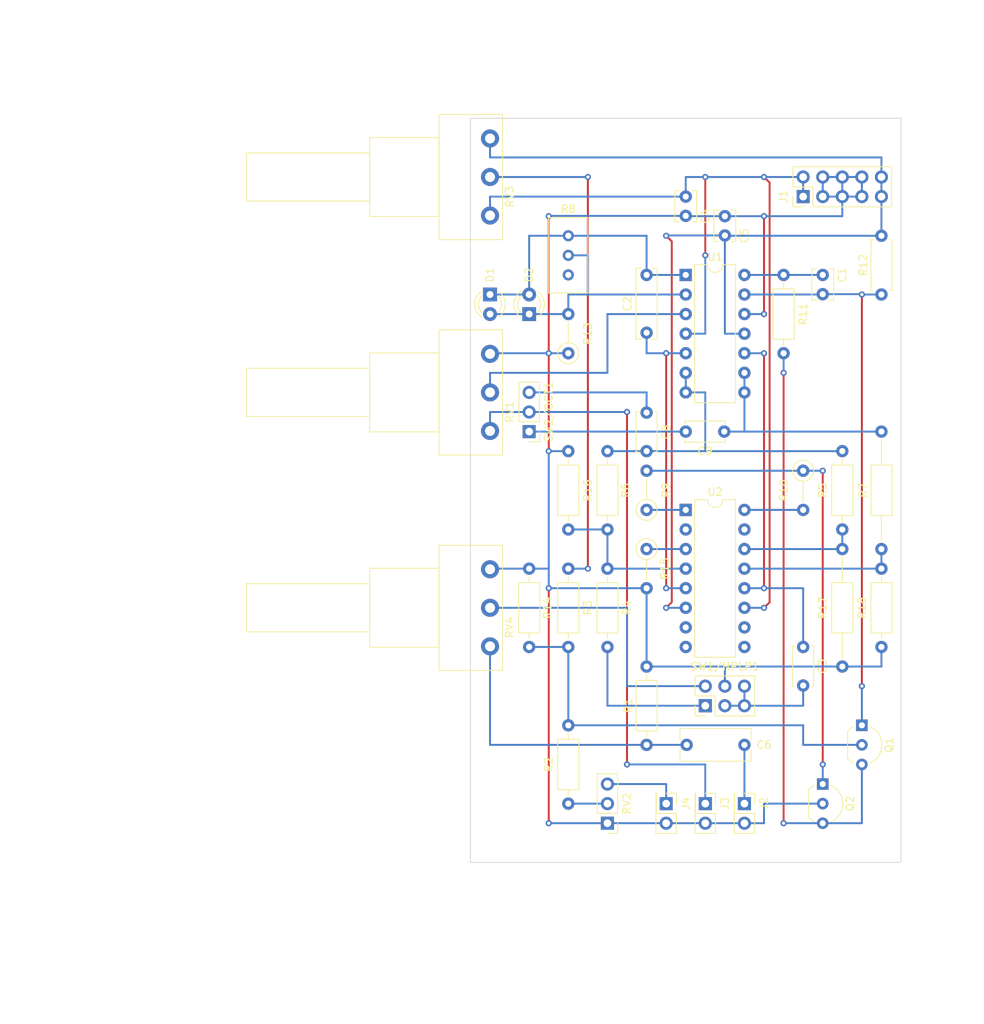
<source format=kicad_pcb>
(kicad_pcb (version 20221018) (generator pcbnew)
  (layers (0 "F.Cu" signal) (31 "B.Cu" signal) (34 "B.Paste" user) (35 "F.Paste" user) (36 "B.SilkS" user "B.Silkscreen") (37 "F.SilkS" user "F.Silkscreen") (38 "B.Mask" user) (39 "F.Mask" user) (44 "Edge.Cuts" user))
  (net 0 "")
  (net 1 "Net-(Q1-C)")
  (net 2 "Net-(Q1-B)")
  (net 3 "Net-(Q1-E)")
  (net 4 "Net-(Q2-C)")
  (net 5 "GND")
  (net 6 "Net-(C1-Pad1)")
  (net 7 "Net-(U1B-+)")
  (net 8 "Net-(D1-A)")
  (net 9 "Net-(U1C-+)")
  (net 10 "+12V")
  (net 11 "-12V")
  (net 12 "Net-(U1C--)")
  (net 13 "Net-(J2-Pin_1)")
  (net 14 "Net-(J3-Pin_1)")
  (net 15 "Net-(J4-Pin_1)")
  (net 16 "Net-(R2-Pad1)")
  (net 17 "Net-(R3-Pad1)")
  (net 18 "Net-(U2C-+)")
  (net 19 "Net-(U2A-+)")
  (net 20 "Net-(U2C--)")
  (net 21 "Net-(U2A--)")
  (net 22 "Net-(D1-K)")
  (net 23 "Net-(R9-Pad1)")
  (net 24 "Net-(R10-Pad2)")
  (net 25 "Net-(U1A-+)")
  (net 28 "Net-(SW1/HPLP1A-A)")
  (net 29 "Net-(SW1/HPLP1A-C)")
  (net 30 "Net-(C6-Pad1)")
  (net 31 "Net-(SW2/OCT1-A)")
  (net 32 "Net-(SW2/OCT1-C)")
  (net 33 "Net-(SW1/HPLP1A-B)")
  (net 34 "Net-(U1B--)")
  (footprint "Package_TO_SOT_THT:TO-92_Inline_Wide" (layer "F.Cu") (at 124.46 106.68 -90)
    (fp_text reference "Q1" (at 2.54 -3.56 90) (layer "F.SilkS"))
    (fp_text value "BC558")
    (pad "1" thru_hole rect (at 0 0 270) (size 1.5 1.5) (drill 0.8) (layers "*.Cu" "*.Mask") (net 1 "Net-(Q1-C)"))
    (pad "2" thru_hole circle (at 2.54 0 270) (size 1.5 1.5) (drill 0.8) (layers "*.Cu" "*.Mask") (net 2 "Net-(Q1-B)"))
    (pad "3" thru_hole circle (at 5.08 0 270) (size 1.5 1.5) (drill 0.8) (layers "*.Cu" "*.Mask") (net 3 "Net-(Q1-E)"))
  )
  (footprint "Resistor_THT:R_Axial_DIN0207_L6.3mm_D2.5mm_P10.16mm_Horizontal" (layer "F.Cu") (at 81.28 86.36 -90)
    (fp_text reference "R14" (at 5.08 -2.37 -90) (layer "F.SilkS"))
    (fp_text value "1.5k")
    (pad "1" thru_hole circle (at 0 0 270) (size 1.6 1.6) (drill 0.8) (layers "*.Cu" "*.Mask") (net 5 "GND"))
    (pad "2" thru_hole oval (at 10.16 0 270) (size 1.6 1.6) (drill 0.8) (layers "*.Cu" "*.Mask") (net 2 "Net-(Q1-B)"))
  )
  (footprint "Resistor_THT:R_Axial_DIN0207_L6.3mm_D2.5mm_P5.08mm_Vertical" (layer "F.Cu") (at 116.84 73.66 -90)
    (fp_text reference "R10" (at 2.54 2.54 -90) (layer "F.SilkS"))
    (fp_text value "10k")
    (pad "1" thru_hole circle (at 0 0 270) (size 1.6 1.6) (drill 0.8) (layers "*.Cu" "*.Mask") (net 4 "Net-(Q2-C)"))
    (pad "2" thru_hole oval (at 5.08 0 270) (size 1.6 1.6) (drill 0.8) (layers "*.Cu" "*.Mask") (net 24 "Net-(R10-Pad2)"))
  )
  (footprint "Capacitor_THT:C_Disc_D3.8mm_W2.6mm_P2.50mm" (layer "F.Cu") (at 101.6 38.1 -90)
    (fp_text reference "C4" (at 2.54 -2.54 -90) (layer "F.SilkS"))
    (fp_text value "100n")
    (pad "1" thru_hole circle (at 0 0 270) (size 1.6 1.6) (drill 0.8) (layers "*.Cu" "*.Mask") (net 10 "+12V"))
    (pad "2" thru_hole circle (at 2.5 0 270) (size 1.6 1.6) (drill 0.8) (layers "*.Cu" "*.Mask") (net 5 "GND"))
  )
  (footprint "Resistor_THT:R_Axial_DIN0207_L6.3mm_D2.5mm_P10.16mm_Horizontal" (layer "F.Cu") (at 114.3 58.42 90)
    (fp_text reference "R11" (at 5.08 2.54 90) (layer "F.SilkS"))
    (fp_text value "4.7k")
    (pad "1" thru_hole circle (at 0 0 90) (size 1.6 1.6) (drill 0.8) (layers "*.Cu" "*.Mask") (net 3 "Net-(Q1-E)"))
    (pad "2" thru_hole oval (at 10.16 0 90) (size 1.6 1.6) (drill 0.8) (layers "*.Cu" "*.Mask") (net 6 "Net-(C1-Pad1)"))
  )
  (footprint "Package_TO_SOT_THT:TO-92_Inline_Wide" (layer "F.Cu") (at 119.38 114.3 -90)
    (fp_text reference "Q2" (at 2.54 -3.56 90) (layer "F.SilkS"))
    (fp_text value "BC558" hide)
    (pad "1" thru_hole rect (at 0 0 270) (size 1.5 1.5) (drill 0.8) (layers "*.Cu" "*.Mask") (net 4 "Net-(Q2-C)"))
    (pad "2" thru_hole circle (at 2.54 0 270) (size 1.5 1.5) (drill 0.8) (layers "*.Cu" "*.Mask") (net 5 "GND"))
    (pad "3" thru_hole circle (at 5.08 0 270) (size 1.5 1.5) (drill 0.8) (layers "*.Cu" "*.Mask") (net 3 "Net-(Q1-E)"))
  )
  (footprint "Resistor_THT:R_Axial_DIN0207_L6.3mm_D2.5mm_P10.16mm_Horizontal" (layer "F.Cu") (at 91.44 96.52 90)
    (fp_text reference "R4" (at 5.08 2.54 90) (layer "F.SilkS"))
    (fp_text value "10k")
    (pad "1" thru_hole circle (at 0 0 90) (size 1.6 1.6) (drill 0.8) (layers "*.Cu" "*.Mask") (net 28 "Net-(SW1/HPLP1A-A)"))
    (pad "2" thru_hole oval (at 10.16 0 90) (size 1.6 1.6) (drill 0.8) (layers "*.Cu" "*.Mask") (net 20 "Net-(U2C--)"))
  )
  (footprint "Package_DIP:DIP-16_W7.62mm" (layer "F.Cu") (at 101.6 78.74)
    (fp_text reference "U2" (at 3.81 -2.33) (layer "F.SilkS"))
    (fp_text value "LM13700")
    (pad "1" thru_hole rect (at 0 0) (size 1.6 1.6) (drill 0.8) (layers "*.Cu" "*.Mask") (net 23 "Net-(R9-Pad1)"))
    (pad "2" thru_hole oval (at 0 2.54) (size 1.6 1.6) (drill 0.8) (layers "*.Cu" "*.Mask"))
    (pad "3" thru_hole oval (at 0 5.08) (size 1.6 1.6) (drill 0.8) (layers "*.Cu" "*.Mask") (net 18 "Net-(U2C-+)"))
    (pad "4" thru_hole oval (at 0 7.62) (size 1.6 1.6) (drill 0.8) (layers "*.Cu" "*.Mask") (net 20 "Net-(U2C--)"))
    (pad "5" thru_hole oval (at 0 10.16) (size 1.6 1.6) (drill 0.8) (layers "*.Cu" "*.Mask") (net 7 "Net-(U1B-+)"))
    (pad "6" thru_hole oval (at 0 12.7) (size 1.6 1.6) (drill 0.8) (layers "*.Cu" "*.Mask") (net 11 "-12V"))
    (pad "7" thru_hole oval (at 0 15.24) (size 1.6 1.6) (drill 0.8) (layers "*.Cu" "*.Mask"))
    (pad "8" thru_hole oval (at 0 17.78) (size 1.6 1.6) (drill 0.8) (layers "*.Cu" "*.Mask"))
    (pad "9" thru_hole oval (at 7.62 17.78) (size 1.6 1.6) (drill 0.8) (layers "*.Cu" "*.Mask"))
    (pad "10" thru_hole oval (at 7.62 15.24) (size 1.6 1.6) (drill 0.8) (layers "*.Cu" "*.Mask"))
    (pad "11" thru_hole oval (at 7.62 12.7) (size 1.6 1.6) (drill 0.8) (layers "*.Cu" "*.Mask") (net 10 "+12V"))
    (pad "12" thru_hole oval (at 7.62 10.16) (size 1.6 1.6) (drill 0.8) (layers "*.Cu" "*.Mask") (net 9 "Net-(U1C-+)"))
    (pad "13" thru_hole oval (at 7.62 7.62) (size 1.6 1.6) (drill 0.8) (layers "*.Cu" "*.Mask") (net 21 "Net-(U2A--)"))
    (pad "14" thru_hole oval (at 7.62 5.08) (size 1.6 1.6) (drill 0.8) (layers "*.Cu" "*.Mask") (net 19 "Net-(U2A-+)"))
    (pad "15" thru_hole oval (at 7.62 2.54) (size 1.6 1.6) (drill 0.8) (layers "*.Cu" "*.Mask"))
    (pad "16" thru_hole oval (at 7.62 0) (size 1.6 1.6) (drill 0.8) (layers "*.Cu" "*.Mask") (net 24 "Net-(R10-Pad2)"))
  )
  (footprint "Resistor_THT:R_Axial_DIN0207_L6.3mm_D2.5mm_P10.16mm_Horizontal" (layer "F.Cu") (at 86.36 116.84 90)
    (fp_text reference "R2" (at 5.08 -2.54 90) (layer "F.SilkS"))
    (fp_text value "100k")
    (pad "1" thru_hole circle (at 0 0 90) (size 1.6 1.6) (drill 0.8) (layers "*.Cu" "*.Mask") (net 16 "Net-(R2-Pad1)"))
    (pad "2" thru_hole oval (at 10.16 0 90) (size 1.6 1.6) (drill 0.8) (layers "*.Cu" "*.Mask") (net 2 "Net-(Q1-B)"))
  )
  (footprint "Resistor_THT:R_Axial_DIN0207_L6.3mm_D2.5mm_P10.16mm_Horizontal" (layer "F.Cu") (at 127 86.36 -90)
    (fp_text reference "R18" (at 5.08 2.54 -90) (layer "F.SilkS"))
    (fp_text value "220")
    (pad "1" thru_hole circle (at 0 0 270) (size 1.6 1.6) (drill 0.8) (layers "*.Cu" "*.Mask") (net 21 "Net-(U2A--)"))
    (pad "2" thru_hole oval (at 10.16 0 270) (size 1.6 1.6) (drill 0.8) (layers "*.Cu" "*.Mask") (net 5 "GND"))
  )
  (footprint "Resistor_THT:R_Axial_DIN0207_L6.3mm_D2.5mm_P5.08mm_Vertical" (layer "F.Cu") (at 96.52 78.74 90)
    (fp_text reference "R9" (at 2.54 2.54 90) (layer "F.SilkS"))
    (fp_text value "10k")
    (pad "1" thru_hole circle (at 0 0 90) (size 1.6 1.6) (drill 0.8) (layers "*.Cu" "*.Mask") (net 23 "Net-(R9-Pad1)"))
    (pad "2" thru_hole oval (at 5.08 0 90) (size 1.6 1.6) (drill 0.8) (layers "*.Cu" "*.Mask") (net 4 "Net-(Q2-C)"))
  )
  (footprint "Capacitor_THT:C_Disc_D5.0mm_W2.5mm_P5.00mm" (layer "F.Cu") (at 106.6 68.58 180)
    (fp_text reference "C9" (at 2.5 -2.54) (layer "F.SilkS"))
    (fp_text value "470n")
    (pad "1" thru_hole circle (at 0 0 180) (size 1.6 1.6) (drill 0.8) (layers "*.Cu" "*.Mask") (net 12 "Net-(U1C--)"))
    (pad "2" thru_hole circle (at 5 0 180) (size 1.6 1.6) (drill 0.8) (layers "*.Cu" "*.Mask") (net 31 "Net-(SW2/OCT1-A)"))
  )
  (footprint "Capacitor_THT:C_Disc_D5.0mm_W2.5mm_P5.00mm" (layer "F.Cu") (at 116.84 96.52 -90)
    (fp_text reference "C3" (at 2.5 -2.5 -90) (layer "F.SilkS"))
    (fp_text value "1.0n")
    (pad "1" thru_hole circle (at 0 0 270) (size 1.6 1.6) (drill 0.8) (layers "*.Cu" "*.Mask") (net 9 "Net-(U1C-+)"))
    (pad "2" thru_hole circle (at 5 0 270) (size 1.6 1.6) (drill 0.8) (layers "*.Cu" "*.Mask") (net 29 "Net-(SW1/HPLP1A-C)"))
  )
  (footprint "Capacitor_THT:C_Rect_L9.0mm_W4.0mm_P7.50mm_MKT" (layer "F.Cu") (at 101.72 109.22)
    (fp_text reference "C6" (at 10.04 0) (layer "F.SilkS"))
    (fp_text value "1.0u")
    (pad "1" thru_hole circle (at 0 0) (size 1.6 1.6) (drill 0.8) (layers "*.Cu" "*.Mask") (net 30 "Net-(C6-Pad1)"))
    (pad "2" thru_hole circle (at 7.5 0) (size 1.6 1.6) (drill 0.8) (layers "*.Cu" "*.Mask") (net 13 "Net-(J2-Pin_1)"))
  )
  (footprint "Resistor_THT:R_Axial_DIN0207_L6.3mm_D2.5mm_P7.62mm_Horizontal" (layer "F.Cu") (at 127 50.8 90)
    (fp_text reference "R12" (at 3.81 -2.37 90) (layer "F.SilkS"))
    (fp_text value "470k")
    (pad "1" thru_hole circle (at 0 0 90) (size 1.6 1.6) (drill 0.8) (layers "*.Cu" "*.Mask") (net 1 "Net-(Q1-C)"))
    (pad "2" thru_hole oval (at 7.62 0 90) (size 1.6 1.6) (drill 0.8) (layers "*.Cu" "*.Mask") (net 11 "-12V"))
  )
  (footprint "Capacitor_THT:C_Disc_D3.8mm_W2.6mm_P2.50mm" (layer "F.Cu") (at 119.38 48.26 -90)
    (fp_text reference "C1" (at 0 -2.54 -90) (layer "F.SilkS"))
    (fp_text value "4.7n")
    (pad "1" thru_hole circle (at 0 0 270) (size 1.6 1.6) (drill 0.8) (layers "*.Cu" "*.Mask") (net 6 "Net-(C1-Pad1)"))
    (pad "2" thru_hole circle (at 2.5 0 270) (size 1.6 1.6) (drill 0.8) (layers "*.Cu" "*.Mask") (net 1 "Net-(Q1-C)"))
  )
  (footprint "LED_THT:LED_D3.0mm" (layer "F.Cu") (at 76.2 50.8 -90)
    (fp_text reference "D2" (at -2.54 -5.08 -270) (layer "F.SilkS"))
    (fp_text value "LED")
    (pad "1" thru_hole rect (at 0 0 270) (size 1.8 1.8) (drill 0.9) (layers "*.Cu" "*.Mask") (net 8 "Net-(D1-A)"))
    (pad "2" thru_hole circle (at 2.54 0 270) (size 1.8 1.8) (drill 0.9) (layers "*.Cu" "*.Mask") (net 22 "Net-(D1-K)"))
  )
  (footprint "Resistor_THT:R_Axial_DIN0207_L6.3mm_D2.5mm_P10.16mm_Horizontal" (layer "F.Cu") (at 86.36 81.28 90)
    (fp_text reference "R16" (at 5.08 2.54 90) (layer "F.SilkS"))
    (fp_text value "220")
    (pad "1" thru_hole circle (at 0 0 90) (size 1.6 1.6) (drill 0.8) (layers "*.Cu" "*.Mask") (net 20 "Net-(U2C--)"))
    (pad "2" thru_hole oval (at 10.16 0 90) (size 1.6 1.6) (drill 0.8) (layers "*.Cu" "*.Mask") (net 5 "GND"))
  )
  (footprint "Connector_PinHeader_2.54mm:PinHeader_2x01_P2.54mm_Vertical" (layer "F.Cu") (at 104.14 116.84 -90)
    (fp_text reference "J3" (at 0 -2.54 90) (layer "F.SilkS"))
    (fp_text value "AUDIO OUT")
    (pad "1" thru_hole rect (at 0 0 270) (size 1.7 1.7) (drill 1) (layers "*.Cu" "*.Mask") (net 14 "Net-(J3-Pin_1)"))
    (pad "2" thru_hole oval (at 2.54 0 270) (size 1.7 1.7) (drill 1) (layers "*.Cu" "*.Mask") (net 5 "GND"))
  )
  (footprint "Capacitor_THT:C_Disc_D3.8mm_W2.6mm_P2.50mm" (layer "F.Cu") (at 106.68 40.64 -90)
    (fp_text reference "C5" (at 2.54 -2.54 -90) (layer "F.SilkS"))
    (fp_text value "100n")
    (pad "1" thru_hole circle (at 0 0 270) (size 1.6 1.6) (drill 0.8) (layers "*.Cu" "*.Mask") (net 5 "GND"))
    (pad "2" thru_hole circle (at 2.5 0 270) (size 1.6 1.6) (drill 0.8) (layers "*.Cu" "*.Mask") (net 11 "-12V"))
  )
  (footprint "Potentiometer_THT:Potentiometer_Piher_PC-16_Single_Horizontal" (layer "F.Cu") (at 76.2 58.5 180)
    (fp_text reference "RV1" (at -2.54 -7.54 270) (layer "F.SilkS"))
    (fp_text value "100k / log")
    (pad "1" thru_hole circle (at 0 0 180) (size 2.34 2.34) (drill 1.3) (layers "*.Cu" "*.Mask") (net 5 "GND"))
    (pad "2" thru_hole circle (at 0 -5 180) (size 2.34 2.34) (drill 1.3) (layers "*.Cu" "*.Mask") (net 25 "Net-(U1A-+)"))
    (pad "3" thru_hole circle (at 0 -10 180) (size 2.34 2.34) (drill 1.3) (layers "*.Cu" "*.Mask") (net 14 "Net-(J3-Pin_1)"))
  )
  (footprint "Capacitor_THT:C_Rect_L9.0mm_W2.5mm_P7.50mm_MKT" (layer "F.Cu") (at 96.52 55.76 90)
    (fp_text reference "C2" (at 3.75 -2.5 90) (layer "F.SilkS"))
    (fp_text value "1.0n")
    (pad "1" thru_hole circle (at 0 0 90) (size 1.6 1.6) (drill 0.8) (layers "*.Cu" "*.Mask") (net 7 "Net-(U1B-+)"))
    (pad "2" thru_hole circle (at 7.5 0 90) (size 1.6 1.6) (drill 0.8) (layers "*.Cu" "*.Mask") (net 8 "Net-(D1-A)"))
  )
  (footprint "Package_DIP:DIP-14_W7.62mm" (layer "F.Cu") (at 101.6 48.26)
    (fp_text reference "U1" (at 3.81 -2.33) (layer "F.SilkS"))
    (fp_text value "LM324")
    (pad "1" thru_hole rect (at 0 0) (size 1.6 1.6) (drill 0.8) (layers "*.Cu" "*.Mask") (net 8 "Net-(D1-A)"))
    (pad "2" thru_hole oval (at 0 2.54) (size 1.6 1.6) (drill 0.8) (layers "*.Cu" "*.Mask") (net 22 "Net-(D1-K)"))
    (pad "3" thru_hole oval (at 0 5.08) (size 1.6 1.6) (drill 0.8) (layers "*.Cu" "*.Mask") (net 25 "Net-(U1A-+)"))
    (pad "4" thru_hole oval (at 0 7.62) (size 1.6 1.6) (drill 0.8) (layers "*.Cu" "*.Mask") (net 10 "+12V"))
    (pad "5" thru_hole oval (at 0 10.16) (size 1.6 1.6) (drill 0.8) (layers "*.Cu" "*.Mask") (net 7 "Net-(U1B-+)"))
    (pad "6" thru_hole oval (at 0 12.7) (size 1.6 1.6) (drill 0.8) (layers "*.Cu" "*.Mask") (net 34 "Net-(U1B--)"))
    (pad "7" thru_hole oval (at 0 15.24) (size 1.6 1.6) (drill 0.8) (layers "*.Cu" "*.Mask") (net 34 "Net-(U1B--)"))
    (pad "8" thru_hole oval (at 7.62 15.24) (size 1.6 1.6) (drill 0.8) (layers "*.Cu" "*.Mask") (net 12 "Net-(U1C--)"))
    (pad "9" thru_hole oval (at 7.62 12.7) (size 1.6 1.6) (drill 0.8) (layers "*.Cu" "*.Mask") (net 12 "Net-(U1C--)"))
    (pad "10" thru_hole oval (at 7.62 10.16) (size 1.6 1.6) (drill 0.8) (layers "*.Cu" "*.Mask") (net 9 "Net-(U1C-+)"))
    (pad "11" thru_hole oval (at 7.62 7.62) (size 1.6 1.6) (drill 0.8) (layers "*.Cu" "*.Mask") (net 11 "-12V"))
    (pad "12" thru_hole oval (at 7.62 5.08) (size 1.6 1.6) (drill 0.8) (layers "*.Cu" "*.Mask") (net 5 "GND"))
    (pad "13" thru_hole oval (at 7.62 2.54) (size 1.6 1.6) (drill 0.8) (layers "*.Cu" "*.Mask") (net 1 "Net-(Q1-C)"))
    (pad "14" thru_hole oval (at 7.62 0) (size 1.6 1.6) (drill 0.8) (layers "*.Cu" "*.Mask") (net 6 "Net-(C1-Pad1)"))
  )
  (footprint "Resistor_THT:R_Axial_DIN0207_L6.3mm_D2.5mm_P15.24mm_Horizontal" (layer "F.Cu") (at 121.92 83.82 -90)
    (fp_text reference "R17" (at 7.62 2.54 -90) (layer "F.SilkS"))
    (fp_text value "220")
    (pad "1" thru_hole circle (at 0 0 270) (size 1.6 1.6) (drill 0.8) (layers "*.Cu" "*.Mask") (net 19 "Net-(U2A-+)"))
    (pad "2" thru_hole oval (at 15.24 0 270) (size 1.6 1.6) (drill 0.8) (layers "*.Cu" "*.Mask") (net 5 "GND"))
  )
  (footprint "Connector_PinHeader_2.54mm:PinHeader_1x03_P2.54mm_Vertical" (layer "F.Cu") (at 81.28 68.58 180)
    (fp_text reference "SW2/OCT1" (at -2.54 2.54 90) (layer "F.SilkS"))
    (fp_text value "SW_SPDT/ATT")
    (pad "1" thru_hole rect (at 0 0 180) (size 1.7 1.7) (drill 1) (layers "*.Cu" "*.Mask") (net 31 "Net-(SW2/OCT1-A)"))
    (pad "2" thru_hole oval (at 0 2.54 180) (size 1.7 1.7) (drill 1) (layers "*.Cu" "*.Mask") (net 14 "Net-(J3-Pin_1)"))
    (pad "3" thru_hole oval (at 0 5.08 180) (size 1.7 1.7) (drill 1) (layers "*.Cu" "*.Mask") (net 32 "Net-(SW2/OCT1-C)"))
  )
  (footprint "Resistor_THT:R_Axial_DIN0207_L6.3mm_D2.5mm_P10.16mm_Horizontal" (layer "F.Cu") (at 121.92 71.12 -90)
    (fp_text reference "R5" (at 5.08 2.54 -90) (layer "F.SilkS"))
    (fp_text value "10k")
    (pad "1" thru_hole circle (at 0 0 270) (size 1.6 1.6) (drill 0.8) (layers "*.Cu" "*.Mask") (net 34 "Net-(U1B--)"))
    (pad "2" thru_hole oval (at 10.16 0 270) (size 1.6 1.6) (drill 0.8) (layers "*.Cu" "*.Mask") (net 19 "Net-(U2A-+)"))
  )
  (footprint "Resistor_THT:R_Axial_DIN0207_L6.3mm_D2.5mm_P10.16mm_Horizontal" (layer "F.Cu") (at 91.44 71.12 -90)
    (fp_text reference "R6" (at 5.08 -2.37 -90) (layer "F.SilkS"))
    (fp_text value "10k")
    (pad "1" thru_hole circle (at 0 0 270) (size 1.6 1.6) (drill 0.8) (layers "*.Cu" "*.Mask") (net 34 "Net-(U1B--)"))
    (pad "2" thru_hole oval (at 10.16 0 270) (size 1.6 1.6) (drill 0.8) (layers "*.Cu" "*.Mask") (net 20 "Net-(U2C--)"))
  )
  (footprint "Resistor_THT:R_Axial_DIN0207_L6.3mm_D2.5mm_P10.16mm_Horizontal" (layer "F.Cu") (at 86.36 86.36 -90)
    (fp_text reference "R3" (at 5.08 -2.54 -90) (layer "F.SilkS"))
    (fp_text value "100k")
    (pad "1" thru_hole circle (at 0 0 270) (size 1.6 1.6) (drill 0.8) (layers "*.Cu" "*.Mask") (net 17 "Net-(R3-Pad1)"))
    (pad "2" thru_hole oval (at 10.16 0 270) (size 1.6 1.6) (drill 0.8) (layers "*.Cu" "*.Mask") (net 2 "Net-(Q1-B)"))
  )
  (footprint "Resistor_THT:R_Axial_DIN0207_L6.3mm_D2.5mm_P5.08mm_Vertical" (layer "F.Cu") (at 96.52 83.82 -90)
    (fp_text reference "R15" (at 2.54 -2.37 -90) (layer "F.SilkS"))
    (fp_text value "220")
    (pad "1" thru_hole circle (at 0 0 270) (size 1.6 1.6) (drill 0.8) (layers "*.Cu" "*.Mask") (net 18 "Net-(U2C-+)"))
    (pad "2" thru_hole oval (at 5.08 0 270) (size 1.6 1.6) (drill 0.8) (layers "*.Cu" "*.Mask") (net 5 "GND"))
  )
  (footprint "Potentiometer_THT:Potentiometer_Piher_PC-16_Single_Horizontal" (layer "F.Cu") (at 76.2 86.44 180)
    (fp_text reference "RV4" (at -2.54 -7.54 90) (layer "F.SilkS"))
    (fp_text value "100k")
    (pad "1" thru_hole circle (at 0 0 180) (size 2.34 2.34) (drill 1.3) (layers "*.Cu" "*.Mask") (net 5 "GND"))
    (pad "2" thru_hole circle (at 0 -5 180) (size 2.34 2.34) (drill 1.3) (layers "*.Cu" "*.Mask") (net 33 "Net-(SW1/HPLP1A-B)"))
    (pad "3" thru_hole circle (at 0 -10 180) (size 2.34 2.34) (drill 1.3) (layers "*.Cu" "*.Mask") (net 30 "Net-(C6-Pad1)"))
  )
  (footprint "Capacitor_THT:C_Disc_D5.0mm_W2.5mm_P5.00mm" (layer "F.Cu") (at 96.52 71.12 90)
    (fp_text reference "C8" (at 2.5 2.54 90) (layer "F.SilkS"))
    (fp_text value "470n")
    (pad "1" thru_hole circle (at 0 0 90) (size 1.6 1.6) (drill 0.8) (layers "*.Cu" "*.Mask") (net 34 "Net-(U1B--)"))
    (pad "2" thru_hole circle (at 5 0 90) (size 1.6 1.6) (drill 0.8) (layers "*.Cu" "*.Mask") (net 32 "Net-(SW2/OCT1-C)"))
  )
  (footprint "Resistor_THT:R_Axial_DIN0207_L6.3mm_D2.5mm_P10.16mm_Horizontal" (layer "F.Cu") (at 96.52 109.22 90)
    (fp_text reference "R1" (at 5.08 -2.37 90) (layer "F.SilkS"))
    (fp_text value "200k")
    (pad "1" thru_hole circle (at 0 0 90) (size 1.6 1.6) (drill 0.8) (layers "*.Cu" "*.Mask") (net 30 "Net-(C6-Pad1)"))
    (pad "2" thru_hole oval (at 10.16 0 90) (size 1.6 1.6) (drill 0.8) (layers "*.Cu" "*.Mask") (net 5 "GND"))
  )
  (footprint "Connector_PinHeader_2.54mm:PinHeader_2x03_P2.54mm_Vertical" (layer "F.Cu") (at 104.14 104.14 90)
    (fp_text reference "SW1/HPLP1" (at 5.08 2.54) (layer "F.SilkS"))
    (fp_text value "SW_DPDT_x2")
    (pad "1" thru_hole rect (at 0 0 90) (size 1.7 1.7) (drill 1) (layers "*.Cu" "*.Mask") (net 28 "Net-(SW1/HPLP1A-A)"))
    (pad "2" thru_hole oval (at 2.54 0 90) (size 1.7 1.7) (drill 1) (layers "*.Cu" "*.Mask") (net 33 "Net-(SW1/HPLP1A-B)"))
    (pad "3" thru_hole oval (at 0 2.54 90) (size 1.7 1.7) (drill 1) (layers "*.Cu" "*.Mask") (net 29 "Net-(SW1/HPLP1A-C)"))
    (pad "4" thru_hole oval (at 2.54 2.54 90) (size 1.7 1.7) (drill 1) (layers "*.Cu" "*.Mask") (net 5 "GND"))
    (pad "5" thru_hole oval (at 0 5.08 90) (size 1.7 1.7) (drill 1) (layers "*.Cu" "*.Mask") (net 29 "Net-(SW1/HPLP1A-C)"))
    (pad "6" thru_hole oval (at 2.54 5.08 90) (size 1.7 1.7) (drill 1) (layers "*.Cu" "*.Mask") (net 29 "Net-(SW1/HPLP1A-C)"))
  )
  (footprint "Connector_PinHeader_2.54mm:PinHeader_2x05_P2.54mm_Vertical" (layer "F.Cu") (at 116.84 38.1 90)
    (fp_text reference "J1" (at 0 -2.54 90) (layer "F.SilkS"))
    (fp_text value "POWER")
    (pad "1" thru_hole rect (at 0 0 90) (size 1.7 1.7) (drill 1) (layers "*.Cu" "*.Mask") (net 10 "+12V"))
    (pad "2" thru_hole oval (at 2.54 0 90) (size 1.7 1.7) (drill 1) (layers "*.Cu" "*.Mask") (net 10 "+12V"))
    (pad "3" thru_hole oval (at 0 2.54 90) (size 1.7 1.7) (drill 1) (layers "*.Cu" "*.Mask") (net 5 "GND"))
    (pad "4" thru_hole oval (at 2.54 2.54 90) (size 1.7 1.7) (drill 1) (layers "*.Cu" "*.Mask") (net 5 "GND"))
    (pad "5" thru_hole oval (at 0 5.08 90) (size 1.7 1.7) (drill 1) (layers "*.Cu" "*.Mask") (net 5 "GND"))
    (pad "6" thru_hole oval (at 2.54 5.08 90) (size 1.7 1.7) (drill 1) (layers "*.Cu" "*.Mask") (net 5 "GND"))
    (pad "7" thru_hole oval (at 0 7.62 90) (size 1.7 1.7) (drill 1) (layers "*.Cu" "*.Mask") (net 5 "GND"))
    (pad "8" thru_hole oval (at 2.54 7.62 90) (size 1.7 1.7) (drill 1) (layers "*.Cu" "*.Mask") (net 5 "GND"))
    (pad "9" thru_hole oval (at 0 10.16 90) (size 1.7 1.7) (drill 1) (layers "*.Cu" "*.Mask") (net 11 "-12V"))
    (pad "10" thru_hole oval (at 2.54 10.16 90) (size 1.7 1.7) (drill 1) (layers "*.Cu" "*.Mask") (net 11 "-12V"))
  )
  (footprint "Connector_PinHeader_2.54mm:PinHeader_2x01_P2.54mm_Vertical" (layer "F.Cu") (at 99.06 116.84 -90)
    (fp_text reference "J4" (at 0 -2.54 90) (layer "F.SilkS"))
    (fp_text value "CV IN")
    (pad "1" thru_hole rect (at 0 0 270) (size 1.7 1.7) (drill 1) (layers "*.Cu" "*.Mask") (net 15 "Net-(J4-Pin_1)"))
    (pad "2" thru_hole oval (at 2.54 0 270) (size 1.7 1.7) (drill 1) (layers "*.Cu" "*.Mask") (net 5 "GND"))
  )
  (footprint "Resistor_THT:R_Axial_DIN0207_L6.3mm_D2.5mm_P15.24mm_Horizontal" (layer "F.Cu") (at 127 83.82 90)
    (fp_text reference "R7" (at 7.62 -2.37 90) (layer "F.SilkS"))
    (fp_text value "10k")
    (pad "1" thru_hole circle (at 0 0 90) (size 1.6 1.6) (drill 0.8) (layers "*.Cu" "*.Mask") (net 21 "Net-(U2A--)"))
    (pad "2" thru_hole oval (at 15.24 0 90) (size 1.6 1.6) (drill 0.8) (layers "*.Cu" "*.Mask") (net 12 "Net-(U1C--)"))
  )
  (footprint "LED_THT:LED_D3.0mm" (layer "F.Cu") (at 81.28 53.34 90)
    (fp_text reference "D1" (at 5.08 -5.08 90) (layer "F.SilkS"))
    (fp_text value "LED")
    (pad "1" thru_hole rect (at 0 0 90) (size 1.8 1.8) (drill 0.9) (layers "*.Cu" "*.Mask") (net 22 "Net-(D1-K)"))
    (pad "2" thru_hole circle (at 2.54 0 90) (size 1.8 1.8) (drill 0.9) (layers "*.Cu" "*.Mask") (net 8 "Net-(D1-A)"))
  )
  (footprint "Connector_PinHeader_2.54mm:PinHeader_1x03_P2.54mm_Vertical" (layer "F.Cu") (at 91.44 119.38 180)
    (fp_text reference "RV2" (at -2.54 2.54 90) (layer "F.SilkS"))
    (fp_text value "100k / lin")
    (pad "1" thru_hole rect (at 0 0 180) (size 1.7 1.7) (drill 1) (layers "*.Cu" "*.Mask") (net 5 "GND"))
    (pad "2" thru_hole oval (at 0 2.54 180) (size 1.7 1.7) (drill 1) (layers "*.Cu" "*.Mask") (net 16 "Net-(R2-Pad1)"))
    (pad "3" thru_hole oval (at 0 5.08 180) (size 1.7 1.7) (drill 1) (layers "*.Cu" "*.Mask") (net 15 "Net-(J4-Pin_1)"))
  )
  (footprint "Resistor_THT:R_Axial_DIN0207_L6.3mm_D2.5mm_P5.08mm_Vertical" (layer "F.Cu") (at 86.36 58.42 90)
    (fp_text reference "R13" (at 2.54 2.54 90) (layer "F.SilkS"))
    (fp_text value "2.2k")
    (pad "1" thru_hole circle (at 0 0 90) (size 1.6 1.6) (drill 0.8) (layers "*.Cu" "*.Mask") (net 5 "GND"))
    (pad "2" thru_hole oval (at 5.08 0 90) (size 1.6 1.6) (drill 0.8) (layers "*.Cu" "*.Mask") (net 22 "Net-(D1-K)"))
  )
  (footprint "Potentiometer_THT:Potentiometer_Piher_PC-16_Single_Horizontal" (layer "F.Cu") (at 76.2 30.56 180)
    (fp_text reference "RV3" (at -2.54 -7.54 270) (layer "F.SilkS"))
    (fp_text value "100k / lin")
    (pad "1" thru_hole circle (at 0 0 180) (size 2.34 2.34) (drill 1.3) (layers "*.Cu" "*.Mask") (net 11 "-12V"))
    (pad "2" thru_hole circle (at 0 -5 180) (size 2.34 2.34) (drill 1.3) (layers "*.Cu" "*.Mask") (net 17 "Net-(R3-Pad1)"))
    (pad "3" thru_hole circle (at 0 -10 180) (size 2.34 2.34) (drill 1.3) (layers "*.Cu" "*.Mask") (net 10 "+12V"))
  )
  (footprint "Potentiometer_THT:Potentiometer_Bourns_3386C_Horizontal" (layer "F.Cu") (at 86.36 43.18)
    (fp_text reference "R8" (at 0 -3.475) (layer "F.SilkS"))
    (fp_text value "10k")
    (pad "1" thru_hole circle (at 0 0) (size 1.44 1.44) (drill 0.8) (layers "*.Cu" "*.Mask") (net 8 "Net-(D1-A)"))
    (pad "2" thru_hole circle (at 0 2.54) (size 1.44 1.44) (drill 0.8) (layers "*.Cu" "*.Mask") (net 22 "Net-(D1-K)"))
    (pad "3" thru_hole circle (at 0 5.08) (size 1.44 1.44) (drill 0.8) (layers "*.Cu" "*.Mask"))
  )
  (footprint "Connector_PinHeader_2.54mm:PinHeader_2x01_P2.54mm_Vertical" (layer "F.Cu") (at 109.22 116.84 -90)
    (fp_text reference "J2" (at 0 -2.54 90) (layer "F.SilkS"))
    (fp_text value "AUDIO IN")
    (pad "1" thru_hole rect (at 0 0 270) (size 1.7 1.7) (drill 1) (layers "*.Cu" "*.Mask") (net 13 "Net-(J2-Pin_1)"))
    (pad "2" thru_hole oval (at 2.54 0 270) (size 1.7 1.7) (drill 1) (layers "*.Cu" "*.Mask") (net 5 "GND"))
  )
  (gr_rect (start 73.66 27.94) (end 129.54 124.46) (stroke (width 0.1)) (fill none) (layer "Edge.Cuts"))
  (segment (start 124.46 101.6) (end 124.46 50.8) (width 0.25) (layer "F.Cu") (net 1))
  (via (at 124.46 101.6) (size 0.8) (drill 0.4) (layers "F.Cu" "B.Cu") (net 1))
  (via (at 124.46 50.8) (size 0.8) (drill 0.4) (layers "F.Cu" "B.Cu") (net 1))
  (segment (start 127 50.8) (end 124.46 50.8) (width 0.25) (layer "B.Cu") (net 1))
  (segment (start 124.46 106.68) (end 124.46 101.6) (width 0.25) (layer "B.Cu") (net 1))
  (segment (start 119.38 50.8) (end 109.22 50.8) (width 0.25) (layer "B.Cu") (net 1))
  (segment (start 124.42 50.76) (end 119.38 50.76) (width 0.25) (layer "B.Cu") (net 1))
  (segment (start 124.46 50.8) (end 124.42 50.76) (width 0.25) (layer "B.Cu") (net 1))
  (segment (start 124.46 109.22) (end 116.84 109.22) (width 0.25) (layer "B.Cu") (net 2))
  (segment (start 116.84 106.68) (end 86.36 106.68) (width 0.25) (layer "B.Cu") (net 2))
  (segment (start 116.84 109.22) (end 116.84 106.68) (width 0.25) (layer "B.Cu") (net 2))
  (segment (start 86.36 96.52) (end 81.28 96.52) (width 0.25) (layer "B.Cu") (net 2))
  (segment (start 86.36 106.68) (end 86.36 96.52) (width 0.25) (layer "B.Cu") (net 2))
  (segment (start 114.3 119.38) (end 114.3 60.96) (width 0.25) (layer "F.Cu") (net 3))
  (via (at 114.3 60.96) (size 0.8) (drill 0.4) (layers "F.Cu" "B.Cu") (net 3))
  (via (at 114.3 119.38) (size 0.8) (drill 0.4) (layers "F.Cu" "B.Cu") (net 3))
  (segment (start 119.38 119.38) (end 114.3 119.38) (width 0.25) (layer "B.Cu") (net 3))
  (segment (start 124.46 119.38) (end 124.46 111.76) (width 0.25) (layer "B.Cu") (net 3))
  (segment (start 114.3 58.42) (end 114.3 60.96) (width 0.25) (layer "B.Cu") (net 3))
  (segment (start 124.46 119.38) (end 119.38 119.38) (width 0.25) (layer "B.Cu") (net 3))
  (segment (start 119.38 111.76) (end 119.38 73.66) (width 0.25) (layer "F.Cu") (net 4))
  (via (at 119.38 111.76) (size 0.8) (drill 0.4) (layers "F.Cu" "B.Cu") (net 4))
  (via (at 119.38 73.66) (size 0.8) (drill 0.4) (layers "F.Cu" "B.Cu") (net 4))
  (segment (start 119.38 73.66) (end 96.52 73.66) (width 0.25) (layer "B.Cu") (net 4))
  (segment (start 119.38 114.3) (end 119.38 111.76) (width 0.25) (layer "B.Cu") (net 4))
  (segment (start 111.76 40.64) (end 111.76 53.34) (width 0.25) (layer "F.Cu") (net 5))
  (segment (start 83.82 58.42) (end 83.82 71.12) (width 0.25) (layer "F.Cu") (net 5))
  (segment (start 83.82 40.64) (end 83.82 58.42) (width 0.25) (layer "F.Cu") (net 5))
  (segment (start 83.82 88.9) (end 83.82 119.38) (width 0.25) (layer "F.Cu") (net 5))
  (via (at 111.76 40.64) (size 0.8) (drill 0.4) (layers "F.Cu" "B.Cu") (net 5))
  (via (at 83.82 71.12) (size 0.8) (drill 0.4) (layers "F.Cu" "B.Cu") (net 5))
  (via (at 83.82 88.9) (size 0.8) (drill 0.4) (layers "F.Cu" "B.Cu") (net 5))
  (via (at 83.82 58.42) (size 0.8) (drill 0.4) (layers "F.Cu" "B.Cu") (net 5))
  (via (at 83.82 119.38) (size 0.8) (drill 0.4) (layers "F.Cu" "B.Cu") (net 5))
  (via (at 83.82 40.64) (size 0.8) (drill 0.4) (layers "F.Cu" "B.Cu") (net 5))
  (via (at 111.76 53.34) (size 0.8) (drill 0.4) (layers "F.Cu" "B.Cu") (net 5))
  (segment (start 121.92 35.56) (end 124.46 35.56) (width 0.25) (layer "B.Cu") (net 5))
  (segment (start 86.36 71.12) (end 83.82 71.12) (width 0.25) (layer "B.Cu") (net 5))
  (segment (start 119.38 116.84) (end 111.76 116.84) (width 0.25) (layer "B.Cu") (net 5))
  (segment (start 106.68 99.06) (end 121.92 99.06) (width 0.25) (layer "B.Cu") (net 5))
  (segment (start 83.82 86.36) (end 83.82 71.12) (width 0.25) (layer "B.Cu") (net 5))
  (segment (start 83.82 58.42) (end 76.2 58.42) (width 0.25) (layer "B.Cu") (net 5))
  (segment (start 83.86 40.6) (end 101.6 40.6) (width 0.25) (layer "B.Cu") (net 5))
  (segment (start 111.76 119.38) (end 111.76 116.84) (width 0.25) (layer "B.Cu") (net 5))
  (segment (start 106.68 40.64) (end 101.64 40.64) (width 0.25) (layer "B.Cu") (net 5))
  (segment (start 96.52 99.06) (end 106.68 99.06) (width 0.25) (layer "B.Cu") (net 5))
  (segment (start 83.82 119.38) (end 111.76 119.38) (width 0.25) (layer "B.Cu") (net 5))
  (segment (start 81.28 86.36) (end 76.28 86.36) (width 0.25) (layer "B.Cu") (net 5))
  (segment (start 121.92 99.06) (end 127 99.06) (width 0.25) (layer "B.Cu") (net 5))
  (segment (start 83.82 58.42) (end 86.36 58.42) (width 0.25) (layer "B.Cu") (net 5))
  (segment (start 81.28 86.36) (end 83.82 86.36) (width 0.25) (layer "B.Cu") (net 5))
  (segment (start 106.68 101.6) (end 106.68 99.06) (width 0.25) (layer "B.Cu") (net 5))
  (segment (start 121.92 38.1) (end 124.46 38.1) (width 0.25) (layer "B.Cu") (net 5))
  (segment (start 124.46 38.1) (end 124.46 35.56) (width 0.25) (layer "B.Cu") (net 5))
  (segment (start 106.68 40.64) (end 111.76 40.64) (width 0.25) (layer "B.Cu") (net 5))
  (segment (start 119.38 35.56) (end 121.92 35.56) (width 0.25) (layer "B.Cu") (net 5))
  (segment (start 127 99.06) (end 127 96.52) (width 0.25) (layer "B.Cu") (net 5))
  (segment (start 121.92 38.1) (end 121.92 35.56) (width 0.25) (layer "B.Cu") (net 5))
  (segment (start 96.52 88.9) (end 83.82 88.9) (width 0.25) (layer "B.Cu") (net 5))
  (segment (start 83.82 40.64) (end 83.86 40.6) (width 0.25) (layer "B.Cu") (net 5))
  (segment (start 121.92 40.64) (end 121.92 38.1) (width 0.25) (layer "B.Cu") (net 5))
  (segment (start 83.82 88.9) (end 83.82 86.36) (width 0.25) (layer "B.Cu") (net 5))
  (segment (start 96.52 88.9) (end 96.52 99.06) (width 0.25) (layer "B.Cu") (net 5))
  (segment (start 119.38 38.1) (end 121.92 38.1) (width 0.25) (layer "B.Cu") (net 5))
  (segment (start 111.76 40.64) (end 121.92 40.64) (width 0.25) (layer "B.Cu") (net 5))
  (segment (start 119.38 38.1) (end 119.38 35.56) (width 0.25) (layer "B.Cu") (net 5))
  (segment (start 109.22 53.34) (end 111.76 53.34) (width 0.25) (layer "B.Cu") (net 5))
  (segment (start 114.3 48.26) (end 109.22 48.26) (width 0.25) (layer "B.Cu") (net 6))
  (segment (start 114.3 48.26) (end 119.38 48.26) (width 0.25) (layer "B.Cu") (net 6))
  (segment (start 99.06 88.9) (end 99.06 58.42) (width 0.25) (layer "F.Cu") (net 7))
  (via (at 99.06 58.42) (size 0.8) (drill 0.4) (layers "F.Cu" "B.Cu") (net 7))
  (via (at 99.06 88.9) (size 0.8) (drill 0.4) (layers "F.Cu" "B.Cu") (net 7))
  (segment (start 96.52 58.42) (end 96.52 55.76) (width 0.25) (layer "B.Cu") (net 7))
  (segment (start 101.6 58.42) (end 99.06 58.42) (width 0.25) (layer "B.Cu") (net 7))
  (segment (start 101.6 88.9) (end 99.06 88.9) (width 0.25) (layer "B.Cu") (net 7))
  (segment (start 96.52 58.42) (end 99.06 58.42) (width 0.25) (layer "B.Cu") (net 7))
  (segment (start 96.52 43.18) (end 96.52 48.26) (width 0.25) (layer "B.Cu") (net 8))
  (segment (start 81.28 43.18) (end 86.36 43.18) (width 0.25) (layer "B.Cu") (net 8))
  (segment (start 76.2 50.8) (end 81.28 50.8) (width 0.25) (layer "B.Cu") (net 8))
  (segment (start 96.52 48.26) (end 101.6 48.26) (width 0.25) (layer "B.Cu") (net 8))
  (segment (start 86.36 43.18) (end 96.52 43.18) (width 0.25) (layer "B.Cu") (net 8))
  (segment (start 81.28 50.8) (end 81.28 43.18) (width 0.25) (layer "B.Cu") (net 8))
  (segment (start 111.76 58.42) (end 111.76 88.9) (width 0.25) (layer "F.Cu") (net 9))
  (via (at 111.76 88.9) (size 0.8) (drill 0.4) (layers "F.Cu" "B.Cu") (net 9))
  (via (at 111.76 58.42) (size 0.8) (drill 0.4) (layers "F.Cu" "B.Cu") (net 9))
  (segment (start 111.76 88.9) (end 116.84 88.9) (width 0.25) (layer "B.Cu") (net 9))
  (segment (start 109.22 88.9) (end 111.76 88.9) (width 0.25) (layer "B.Cu") (net 9))
  (segment (start 116.84 88.9) (end 116.84 96.52) (width 0.25) (layer "B.Cu") (net 9))
  (segment (start 109.22 58.42) (end 111.76 58.42) (width 0.25) (layer "B.Cu") (net 9))
  (segment (start 112.485 36.285) (end 111.76 35.56) (width 0.25) (layer "F.Cu") (net 10))
  (segment (start 112.485 90.715) (end 112.485 36.285) (width 0.25) (layer "F.Cu") (net 10))
  (segment (start 111.76 91.44) (end 112.485 90.715) (width 0.25) (layer "F.Cu") (net 10))
  (segment (start 104.14 45.72) (end 104.14 35.56) (width 0.25) (layer "F.Cu") (net 10))
  (via (at 104.14 35.56) (size 0.8) (drill 0.4) (layers "F.Cu" "B.Cu") (net 10))
  (via (at 111.76 91.44) (size 0.8) (drill 0.4) (layers "F.Cu" "B.Cu") (net 10))
  (via (at 111.76 35.56) (size 0.8) (drill 0.4) (layers "F.Cu" "B.Cu") (net 10))
  (via (at 104.14 45.72) (size 0.8) (drill 0.4) (layers "F.Cu" "B.Cu") (net 10))
  (segment (start 109.22 91.44) (end 111.76 91.44) (width 0.25) (layer "B.Cu") (net 10))
  (segment (start 101.6 35.56) (end 101.6 38.1) (width 0.25) (layer "B.Cu") (net 10))
  (segment (start 101.6 35.56) (end 104.14 35.56) (width 0.25) (layer "B.Cu") (net 10))
  (segment (start 76.2 38.1) (end 76.2 40.56) (width 0.25) (layer "B.Cu") (net 10))
  (segment (start 104.14 55.88) (end 104.14 45.72) (width 0.25) (layer "B.Cu") (net 10))
  (segment (start 104.14 55.88) (end 101.6 55.88) (width 0.25) (layer "B.Cu") (net 10))
  (segment (start 116.84 38.1) (end 116.84 35.56) (width 0.25) (layer "B.Cu") (net 10))
  (segment (start 104.14 35.56) (end 111.76 35.56) (width 0.25) (layer "B.Cu") (net 10))
  (segment (start 111.76 35.56) (end 116.84 35.56) (width 0.25) (layer "B.Cu") (net 10))
  (segment (start 101.6 38.1) (end 76.2 38.1) (width 0.25) (layer "B.Cu") (net 10))
  (segment (start 99.785 43.905) (end 99.06 43.18) (width 0.25) (layer "F.Cu") (net 11))
  (segment (start 99.06 91.44) (end 99.785 90.715) (width 0.25) (layer "F.Cu") (net 11))
  (segment (start 99.785 90.715) (end 99.785 43.905) (width 0.25) (layer "F.Cu") (net 11))
  (via (at 99.06 91.44) (size 0.8) (drill 0.4) (layers "F.Cu" "B.Cu") (net 11))
  (via (at 99.06 43.18) (size 0.8) (drill 0.4) (layers "F.Cu" "B.Cu") (net 11))
  (segment (start 127 43.18) (end 127 38.1) (width 0.25) (layer "B.Cu") (net 11))
  (segment (start 106.72 43.18) (end 127 43.18) (width 0.25) (layer "B.Cu") (net 11))
  (segment (start 76.2 33.02) (end 127 33.02) (width 0.25) (layer "B.Cu") (net 11))
  (segment (start 101.6 91.44) (end 99.06 91.44) (width 0.25) (layer "B.Cu") (net 11))
  (segment (start 109.22 55.88) (end 106.68 55.88) (width 0.25) (layer "B.Cu") (net 11))
  (segment (start 99.1 43.14) (end 106.68 43.14) (width 0.25) (layer "B.Cu") (net 11))
  (segment (start 99.06 43.18) (end 99.1 43.14) (width 0.25) (layer "B.Cu") (net 11))
  (segment (start 76.2 33.02) (end 76.2 30.56) (width 0.25) (layer "B.Cu") (net 11))
  (segment (start 106.68 55.88) (end 106.68 43.14) (width 0.25) (layer "B.Cu") (net 11))
  (segment (start 127 33.02) (end 127 35.56) (width 0.25) (layer "B.Cu") (net 11))
  (segment (start 127 38.1) (end 127 35.56) (width 0.25) (layer "B.Cu") (net 11))
  (segment (start 109.22 68.58) (end 106.6 68.58) (width 0.25) (layer "B.Cu") (net 12))
  (segment (start 109.22 60.96) (end 109.22 63.5) (width 0.25) (layer "B.Cu") (net 12))
  (segment (start 109.22 63.5) (end 109.22 68.58) (width 0.25) (layer "B.Cu") (net 12))
  (segment (start 127 68.58) (end 109.22 68.58) (width 0.25) (layer "B.Cu") (net 12))
  (segment (start 109.22 116.84) (end 109.22 109.22) (width 0.25) (layer "B.Cu") (net 13))
  (segment (start 93.98 111.76) (end 93.98 66.04) (width 0.25) (layer "F.Cu") (net 14))
  (via (at 93.98 66.04) (size 0.8) (drill 0.4) (layers "F.Cu" "B.Cu") (net 14))
  (via (at 93.98 111.76) (size 0.8) (drill 0.4) (layers "F.Cu" "B.Cu") (net 14))
  (segment (start 93.98 66.04) (end 81.28 66.04) (width 0.25) (layer "B.Cu") (net 14))
  (segment (start 76.2 68.5) (end 76.2 66.04) (width 0.25) (layer "B.Cu") (net 14))
  (segment (start 93.98 111.76) (end 104.14 111.76) (width 0.25) (layer "B.Cu") (net 14))
  (segment (start 104.14 111.76) (end 104.14 116.84) (width 0.25) (layer "B.Cu") (net 14))
  (segment (start 81.66038 66.04) (end 93.98 66.04) (width 0.25) (layer "B.Cu") (net 14))
  (segment (start 76.2 66.04) (end 81.28 66.04) (width 0.25) (layer "B.Cu") (net 14))
  (segment (start 99.06 116.84) (end 99.06 114.3) (width 0.25) (layer "B.Cu") (net 15))
  (segment (start 99.06 114.3) (end 91.44 114.3) (width 0.25) (layer "B.Cu") (net 15))
  (segment (start 91.44 116.84) (end 86.36 116.84) (width 0.25) (layer "B.Cu") (net 16))
  (segment (start 88.9 86.36) (end 88.9 35.56) (width 0.25) (layer "F.Cu") (net 17))
  (via (at 88.9 35.56) (size 0.8) (drill 0.4) (layers "F.Cu" "B.Cu") (net 17))
  (via (at 88.9 86.36) (size 0.8) (drill 0.4) (layers "F.Cu" "B.Cu") (net 17))
  (segment (start 88.9 86.36) (end 86.36 86.36) (width 0.25) (layer "B.Cu") (net 17))
  (segment (start 76.2 35.56) (end 88.9 35.56) (width 0.25) (layer "B.Cu") (net 17))
  (segment (start 101.6 83.82) (end 96.52 83.82) (width 0.25) (layer "B.Cu") (net 18))
  (segment (start 121.92 81.28) (end 121.92 83.82) (width 0.25) (layer "B.Cu") (net 19))
  (segment (start 109.22 83.82) (end 121.92 83.82) (width 0.25) (layer "B.Cu") (net 19))
  (segment (start 91.44 86.36) (end 101.6 86.36) (width 0.25) (layer "B.Cu") (net 20))
  (segment (start 91.44 81.28) (end 86.36 81.28) (width 0.25) (layer "B.Cu") (net 20))
  (segment (start 91.44 86.36) (end 91.44 81.28) (width 0.25) (layer "B.Cu") (net 20))
  (segment (start 109.22 86.36) (end 127 86.36) (width 0.25) (layer "B.Cu") (net 21))
  (segment (start 127 86.36) (end 127 83.82) (width 0.25) (layer "B.Cu") (net 21))
  (segment (start 86.36 50.8) (end 101.6 50.8) (width 0.25) (layer "B.Cu") (net 22))
  (segment (start 86.36 45.72) (end 88.9 45.72) (width 0.25) (layer "B.Cu") (net 22))
  (segment (start 81.28 53.34) (end 76.2 53.34) (width 0.25) (layer "B.Cu") (net 22))
  (segment (start 81.28 53.34) (end 86.36 53.34) (width 0.25) (layer "B.Cu") (net 22))
  (segment (start 86.36 53.34) (end 86.36 50.8) (width 0.25) (layer "B.Cu") (net 22))
  (segment (start 88.9 45.72) (end 88.9 50.8) (width 0.25) (layer "B.Cu") (net 22))
  (segment (start 101.6 78.74) (end 96.52 78.74) (width 0.25) (layer "B.Cu") (net 23))
  (segment (start 116.84 78.74) (end 109.22 78.74) (width 0.25) (layer "B.Cu") (net 24))
  (segment (start 76.2 60.96) (end 91.44 60.96) (width 0.25) (layer "B.Cu") (net 25))
  (segment (start 91.44 60.96) (end 91.44 53.34) (width 0.25) (layer "B.Cu") (net 25))
  (segment (start 76.2 63.5) (end 76.2 60.96) (width 0.25) (layer "B.Cu") (net 25))
  (segment (start 91.44 53.34) (end 101.6 53.34) (width 0.25) (layer "B.Cu") (net 25))
  (segment (start 104.14 104.14) (end 91.44 104.14) (width 0.25) (layer "B.Cu") (net 28))
  (segment (start 91.44 104.14) (end 91.44 96.52) (width 0.25) (layer "B.Cu") (net 28))
  (segment (start 109.22 104.14) (end 116.84 104.14) (width 0.25) (layer "B.Cu") (net 29))
  (segment (start 116.84 101.52) (end 116.84 104.14) (width 0.25) (layer "B.Cu") (net 29))
  (segment (start 109.22 104.14) (end 106.68 104.14) (width 0.25) (layer "B.Cu") (net 29))
  (segment (start 109.22 104.14) (end 109.22 101.6) (width 0.25) (layer "B.Cu") (net 29))
  (segment (start 76.2 109.22) (end 101.72 109.22) (width 0.25) (layer "B.Cu") (net 30))
  (segment (start 76.2 96.44) (end 76.2 109.22) (width 0.25) (layer "B.Cu") (net 30))
  (segment (start 81.28 68.58) (end 101.6 68.58) (width 0.25) (layer "B.Cu") (net 31))
  (segment (start 96.52 63.5) (end 96.52 66.12) (width 0.25) (layer "B.Cu") (net 32))
  (segment (start 81.28 63.5) (end 96.52 63.5) (width 0.25) (layer "B.Cu") (net 32))
  (segment (start 93.98 101.6) (end 93.98 91.44) (width 0.25) (layer "B.Cu") (net 33))
  (segment (start 104.14 101.6) (end 93.98 101.6) (width 0.25) (layer "B.Cu") (net 33))
  (segment (start 93.98 91.44) (end 76.2 91.44) (width 0.25) (layer "B.Cu") (net 33))
  (segment (start 104.14 71.12) (end 121.92 71.12) (width 0.25) (layer "B.Cu") (net 34))
  (segment (start 96.52 71.12) (end 104.14 71.12) (width 0.25) (layer "B.Cu") (net 34))
  (segment (start 104.14 63.5) (end 101.6 63.5) (width 0.25) (layer "B.Cu") (net 34))
  (segment (start 91.44 71.12) (end 96.52 71.12) (width 0.25) (layer "B.Cu") (net 34))
  (segment (start 101.6 63.5) (end 101.6 60.96) (width 0.25) (layer "B.Cu") (net 34))
  (segment (start 104.14 71.12) (end 104.14 63.5) (width 0.25) (layer "B.Cu") (net 34))
)
</source>
